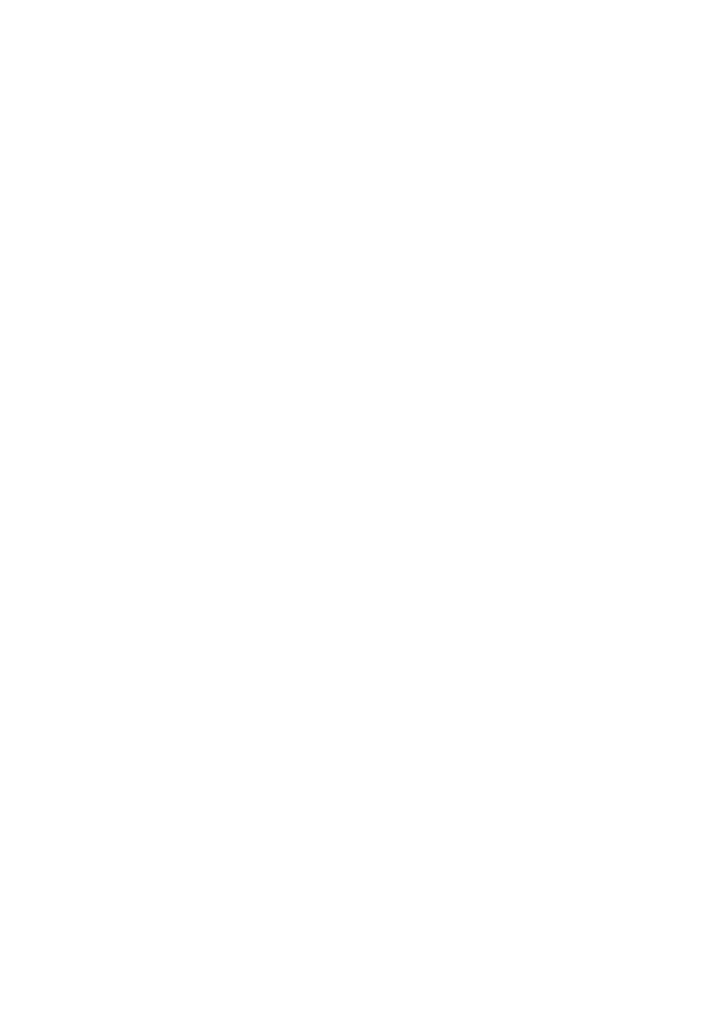
<source format=kicad_sch>
(kicad_sch (version 20230121) (generator eeschema)
  (paper "A2" portrait)
  (lib_symbols)
)
</source>
